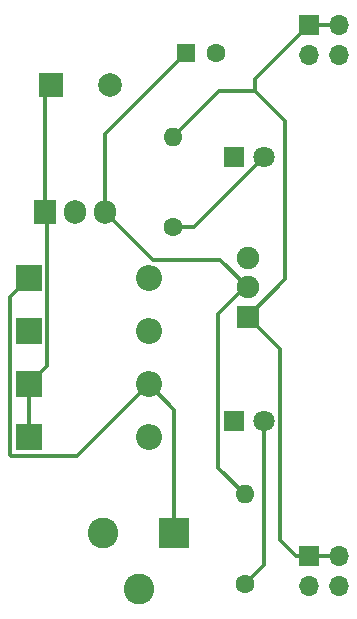
<source format=gtl>
%TF.GenerationSoftware,KiCad,Pcbnew,(5.1.12)-1*%
%TF.CreationDate,2022-01-26T00:14:16-03:00*%
%TF.ProjectId,BPS,4250532e-6b69-4636-9164-5f7063625858,3*%
%TF.SameCoordinates,Original*%
%TF.FileFunction,Copper,L1,Top*%
%TF.FilePolarity,Positive*%
%FSLAX46Y46*%
G04 Gerber Fmt 4.6, Leading zero omitted, Abs format (unit mm)*
G04 Created by KiCad (PCBNEW (5.1.12)-1) date 2022-01-26 00:14:16*
%MOMM*%
%LPD*%
G01*
G04 APERTURE LIST*
%TA.AperFunction,ComponentPad*%
%ADD10R,2.000000X2.000000*%
%TD*%
%TA.AperFunction,ComponentPad*%
%ADD11C,2.000000*%
%TD*%
%TA.AperFunction,ComponentPad*%
%ADD12R,1.600000X1.600000*%
%TD*%
%TA.AperFunction,ComponentPad*%
%ADD13C,1.600000*%
%TD*%
%TA.AperFunction,ComponentPad*%
%ADD14R,2.200000X2.200000*%
%TD*%
%TA.AperFunction,ComponentPad*%
%ADD15O,2.200000X2.200000*%
%TD*%
%TA.AperFunction,ComponentPad*%
%ADD16R,1.800000X1.800000*%
%TD*%
%TA.AperFunction,ComponentPad*%
%ADD17C,1.800000*%
%TD*%
%TA.AperFunction,ComponentPad*%
%ADD18R,2.600000X2.600000*%
%TD*%
%TA.AperFunction,ComponentPad*%
%ADD19C,2.600000*%
%TD*%
%TA.AperFunction,ComponentPad*%
%ADD20R,1.700000X1.700000*%
%TD*%
%TA.AperFunction,ComponentPad*%
%ADD21O,1.700000X1.700000*%
%TD*%
%TA.AperFunction,ComponentPad*%
%ADD22O,1.600000X1.600000*%
%TD*%
%TA.AperFunction,ComponentPad*%
%ADD23R,1.900000X1.900000*%
%TD*%
%TA.AperFunction,ComponentPad*%
%ADD24C,1.900000*%
%TD*%
%TA.AperFunction,ComponentPad*%
%ADD25R,1.905000X2.000000*%
%TD*%
%TA.AperFunction,ComponentPad*%
%ADD26O,1.905000X2.000000*%
%TD*%
%TA.AperFunction,Conductor*%
%ADD27C,0.300000*%
%TD*%
G04 APERTURE END LIST*
D10*
%TO.P,C1,1*%
%TO.N,/Vin*%
X117475000Y-108966000D03*
D11*
%TO.P,C1,2*%
%TO.N,/V-*%
X122475000Y-108966000D03*
%TD*%
D12*
%TO.P,C2,1*%
%TO.N,/Vout1*%
X128905000Y-106299000D03*
D13*
%TO.P,C2,2*%
%TO.N,/V-*%
X131405000Y-106299000D03*
%TD*%
D14*
%TO.P,D1,1*%
%TO.N,/Vin*%
X115570000Y-134323666D03*
D15*
%TO.P,D1,2*%
%TO.N,/BJ_pin1*%
X125730000Y-134323666D03*
%TD*%
D14*
%TO.P,D2,1*%
%TO.N,/BJ_pin1*%
X115570000Y-125349000D03*
D15*
%TO.P,D2,2*%
%TO.N,/V-*%
X125730000Y-125349000D03*
%TD*%
%TO.P,D3,2*%
%TO.N,/BJ_pin2*%
X125730000Y-138811000D03*
D14*
%TO.P,D3,1*%
%TO.N,/Vin*%
X115570000Y-138811000D03*
%TD*%
D15*
%TO.P,D4,2*%
%TO.N,/V-*%
X125730000Y-129836333D03*
D14*
%TO.P,D4,1*%
%TO.N,/BJ_pin2*%
X115570000Y-129836333D03*
%TD*%
D16*
%TO.P,D5,1*%
%TO.N,/V-*%
X132969000Y-137414000D03*
D17*
%TO.P,D5,2*%
%TO.N,Net-(D5-Pad2)*%
X135509000Y-137414000D03*
%TD*%
%TO.P,D6,2*%
%TO.N,Net-(D6-Pad2)*%
X135509000Y-115062000D03*
D16*
%TO.P,D6,1*%
%TO.N,/V-*%
X132969000Y-115062000D03*
%TD*%
D18*
%TO.P,J1,1*%
%TO.N,/BJ_pin1*%
X127889000Y-146939000D03*
D19*
%TO.P,J1,2*%
%TO.N,/BJ_pin2*%
X121889000Y-146939000D03*
%TO.P,J1,3*%
%TO.N,Net-(J1-Pad3)*%
X124889000Y-151639000D03*
%TD*%
D20*
%TO.P,J2,1*%
%TO.N,/Vout2*%
X139319000Y-103884000D03*
D21*
%TO.P,J2,2*%
X141859000Y-103884000D03*
%TO.P,J2,3*%
%TO.N,/V-*%
X139319000Y-106424000D03*
%TO.P,J2,4*%
X141859000Y-106424000D03*
%TD*%
%TO.P,J3,4*%
%TO.N,/V-*%
X141859000Y-151384000D03*
%TO.P,J3,3*%
X139319000Y-151384000D03*
%TO.P,J3,2*%
%TO.N,/Vout2*%
X141859000Y-148844000D03*
D20*
%TO.P,J3,1*%
X139319000Y-148844000D03*
%TD*%
D13*
%TO.P,R1,1*%
%TO.N,Net-(D5-Pad2)*%
X133858000Y-151257000D03*
D22*
%TO.P,R1,2*%
%TO.N,/Vout1*%
X133858000Y-143637000D03*
%TD*%
%TO.P,R2,2*%
%TO.N,/Vout2*%
X127762000Y-113411000D03*
D13*
%TO.P,R2,1*%
%TO.N,Net-(D6-Pad2)*%
X127762000Y-121031000D03*
%TD*%
D23*
%TO.P,SW1,1*%
%TO.N,/Vout2*%
X134112000Y-128618000D03*
D24*
%TO.P,SW1,2*%
%TO.N,/Vout1*%
X134112000Y-126118000D03*
%TO.P,SW1,3*%
%TO.N,Net-(SW1-Pad3)*%
X134112000Y-123618000D03*
%TD*%
D25*
%TO.P,U1,1*%
%TO.N,/Vin*%
X116967000Y-119761000D03*
D26*
%TO.P,U1,2*%
%TO.N,/V-*%
X119507000Y-119761000D03*
%TO.P,U1,3*%
%TO.N,/Vout1*%
X122047000Y-119761000D03*
%TD*%
D27*
%TO.N,/Vin*%
X117120001Y-132773665D02*
X115570000Y-134323666D01*
X117120001Y-119914001D02*
X117120001Y-132773665D01*
X116967000Y-119761000D02*
X117120001Y-119914001D01*
X115570000Y-134323666D02*
X115570000Y-138811000D01*
X116967000Y-109474000D02*
X117475000Y-108966000D01*
X116967000Y-119761000D02*
X116967000Y-109474000D01*
%TO.N,/Vout1*%
X131618999Y-141397999D02*
X133858000Y-143637000D01*
X131618999Y-128400999D02*
X131618999Y-141397999D01*
X133901998Y-126118000D02*
X131618999Y-128400999D01*
X134112000Y-126118000D02*
X133901998Y-126118000D01*
X131792999Y-123798999D02*
X126084999Y-123798999D01*
X126084999Y-123798999D02*
X122047000Y-119761000D01*
X134112000Y-126118000D02*
X131792999Y-123798999D01*
X122047000Y-113157000D02*
X122047000Y-119761000D01*
X128905000Y-106299000D02*
X122047000Y-113157000D01*
%TO.N,/BJ_pin1*%
X127889000Y-136482666D02*
X125730000Y-134323666D01*
X127889000Y-146939000D02*
X127889000Y-136482666D01*
X114019999Y-140271001D02*
X114019999Y-126899001D01*
X114019999Y-126899001D02*
X115570000Y-125349000D01*
X114109999Y-140361001D02*
X114019999Y-140271001D01*
X119692665Y-140361001D02*
X114109999Y-140361001D01*
X125730000Y-134323666D02*
X119692665Y-140361001D01*
%TO.N,Net-(D5-Pad2)*%
X135509000Y-149606000D02*
X133858000Y-151257000D01*
X135509000Y-137414000D02*
X135509000Y-149606000D01*
%TO.N,Net-(D6-Pad2)*%
X129540000Y-121031000D02*
X127762000Y-121031000D01*
X135509000Y-115062000D02*
X129540000Y-121031000D01*
%TO.N,/Vout2*%
X141859000Y-148844000D02*
X139319000Y-148844000D01*
X136859001Y-131365001D02*
X134112000Y-128618000D01*
X136859001Y-147534001D02*
X136859001Y-131365001D01*
X138169000Y-148844000D02*
X136859001Y-147534001D01*
X139319000Y-148844000D02*
X138169000Y-148844000D01*
X141859000Y-103884000D02*
X139319000Y-103884000D01*
X134112000Y-128618000D02*
X137319990Y-125410010D01*
X137319990Y-125410010D02*
X137319990Y-112046990D01*
X137319990Y-112046990D02*
X134747000Y-109474000D01*
X131699000Y-109474000D02*
X127762000Y-113411000D01*
X134747000Y-109474000D02*
X131699000Y-109474000D01*
X139319000Y-103884000D02*
X134747000Y-108456000D01*
X134747000Y-108456000D02*
X134747000Y-109474000D01*
%TD*%
M02*

</source>
